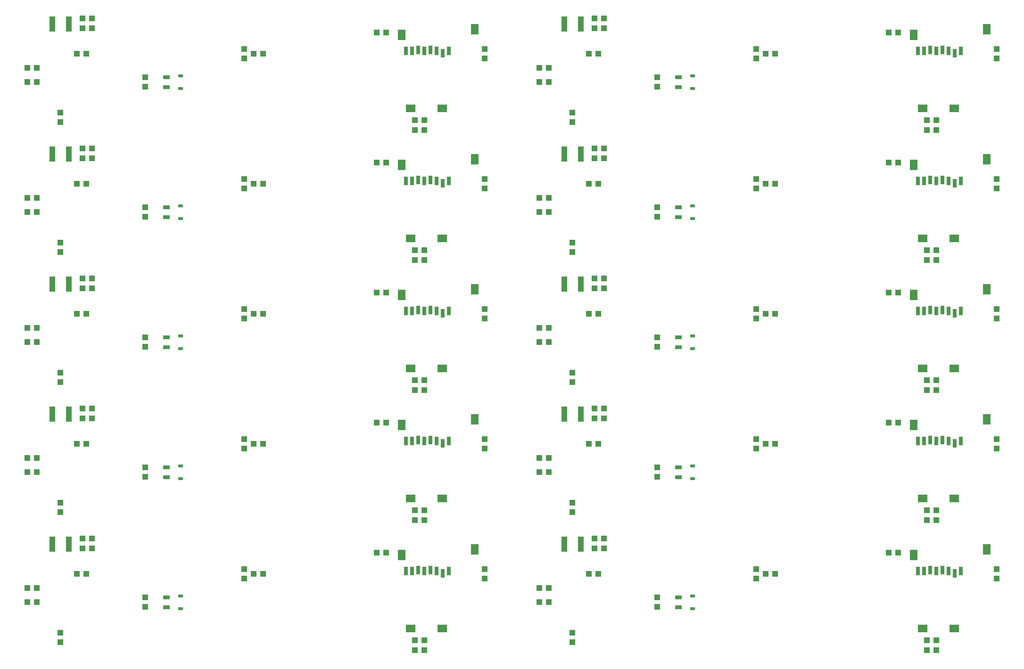
<source format=gbp>
G04 EAGLE Gerber RS-274X export*
G75*
%MOMM*%
%FSLAX34Y34*%
%LPD*%
%INSolderpaste Bottom*%
%IPPOS*%
%AMOC8*
5,1,8,0,0,1.08239X$1,22.5*%
G01*
%ADD10R,1.100000X1.000000*%
%ADD11R,1.800000X1.400000*%
%ADD12R,1.400000X1.900000*%
%ADD13R,0.800000X1.500000*%
%ADD14R,1.000000X1.100000*%
%ADD15R,0.830000X0.630000*%
%ADD16R,1.000000X2.800000*%
%ADD17R,1.200000X0.800000*%


D10*
X122800Y152400D03*
X105800Y152400D03*
D11*
X762030Y54800D03*
X705030Y54800D03*
D12*
X689030Y186300D03*
X820530Y196300D03*
D13*
X773930Y157800D03*
X762930Y153800D03*
X751930Y157800D03*
X740930Y159800D03*
X729930Y157800D03*
X718930Y159800D03*
X707930Y157800D03*
X696930Y157800D03*
D14*
X838200Y143900D03*
X838200Y160900D03*
D10*
X644280Y190500D03*
X661280Y190500D03*
D14*
X76200Y29600D03*
X76200Y46600D03*
D10*
X712860Y15240D03*
X729860Y15240D03*
X115960Y198120D03*
X132960Y198120D03*
X115960Y215900D03*
X132960Y215900D03*
D15*
X292100Y113100D03*
X292100Y90100D03*
D10*
X712860Y33020D03*
X729860Y33020D03*
D14*
X406400Y143900D03*
X406400Y160900D03*
D10*
X440300Y152400D03*
X423300Y152400D03*
X16900Y127000D03*
X33900Y127000D03*
X16900Y101600D03*
X33900Y101600D03*
D14*
X228600Y110100D03*
X228600Y93100D03*
D16*
X61200Y205740D03*
X91200Y205740D03*
D17*
X266700Y110600D03*
X266700Y92600D03*
D10*
X1042280Y152400D03*
X1025280Y152400D03*
D11*
X1681510Y54800D03*
X1624510Y54800D03*
D12*
X1608510Y186300D03*
X1740010Y196300D03*
D13*
X1693410Y157800D03*
X1682410Y153800D03*
X1671410Y157800D03*
X1660410Y159800D03*
X1649410Y157800D03*
X1638410Y159800D03*
X1627410Y157800D03*
X1616410Y157800D03*
D14*
X1757680Y143900D03*
X1757680Y160900D03*
D10*
X1563760Y190500D03*
X1580760Y190500D03*
D14*
X995680Y29600D03*
X995680Y46600D03*
D10*
X1632340Y15240D03*
X1649340Y15240D03*
X1035440Y198120D03*
X1052440Y198120D03*
X1035440Y215900D03*
X1052440Y215900D03*
D15*
X1211580Y113100D03*
X1211580Y90100D03*
D10*
X1632340Y33020D03*
X1649340Y33020D03*
D14*
X1325880Y143900D03*
X1325880Y160900D03*
D10*
X1359780Y152400D03*
X1342780Y152400D03*
X936380Y127000D03*
X953380Y127000D03*
X936380Y101600D03*
X953380Y101600D03*
D14*
X1148080Y110100D03*
X1148080Y93100D03*
D16*
X980680Y205740D03*
X1010680Y205740D03*
D17*
X1186180Y110600D03*
X1186180Y92600D03*
D10*
X122800Y386080D03*
X105800Y386080D03*
D11*
X762030Y288480D03*
X705030Y288480D03*
D12*
X689030Y419980D03*
X820530Y429980D03*
D13*
X773930Y391480D03*
X762930Y387480D03*
X751930Y391480D03*
X740930Y393480D03*
X729930Y391480D03*
X718930Y393480D03*
X707930Y391480D03*
X696930Y391480D03*
D14*
X838200Y377580D03*
X838200Y394580D03*
D10*
X644280Y424180D03*
X661280Y424180D03*
D14*
X76200Y263280D03*
X76200Y280280D03*
D10*
X712860Y248920D03*
X729860Y248920D03*
X115960Y431800D03*
X132960Y431800D03*
X115960Y449580D03*
X132960Y449580D03*
D15*
X292100Y346780D03*
X292100Y323780D03*
D10*
X712860Y266700D03*
X729860Y266700D03*
D14*
X406400Y377580D03*
X406400Y394580D03*
D10*
X440300Y386080D03*
X423300Y386080D03*
X16900Y360680D03*
X33900Y360680D03*
X16900Y335280D03*
X33900Y335280D03*
D14*
X228600Y343780D03*
X228600Y326780D03*
D16*
X61200Y439420D03*
X91200Y439420D03*
D17*
X266700Y344280D03*
X266700Y326280D03*
D10*
X1042280Y386080D03*
X1025280Y386080D03*
D11*
X1681510Y288480D03*
X1624510Y288480D03*
D12*
X1608510Y419980D03*
X1740010Y429980D03*
D13*
X1693410Y391480D03*
X1682410Y387480D03*
X1671410Y391480D03*
X1660410Y393480D03*
X1649410Y391480D03*
X1638410Y393480D03*
X1627410Y391480D03*
X1616410Y391480D03*
D14*
X1757680Y377580D03*
X1757680Y394580D03*
D10*
X1563760Y424180D03*
X1580760Y424180D03*
D14*
X995680Y263280D03*
X995680Y280280D03*
D10*
X1632340Y248920D03*
X1649340Y248920D03*
X1035440Y431800D03*
X1052440Y431800D03*
X1035440Y449580D03*
X1052440Y449580D03*
D15*
X1211580Y346780D03*
X1211580Y323780D03*
D10*
X1632340Y266700D03*
X1649340Y266700D03*
D14*
X1325880Y377580D03*
X1325880Y394580D03*
D10*
X1359780Y386080D03*
X1342780Y386080D03*
X936380Y360680D03*
X953380Y360680D03*
X936380Y335280D03*
X953380Y335280D03*
D14*
X1148080Y343780D03*
X1148080Y326780D03*
D16*
X980680Y439420D03*
X1010680Y439420D03*
D17*
X1186180Y344280D03*
X1186180Y326280D03*
D10*
X122800Y619760D03*
X105800Y619760D03*
D11*
X762030Y522160D03*
X705030Y522160D03*
D12*
X689030Y653660D03*
X820530Y663660D03*
D13*
X773930Y625160D03*
X762930Y621160D03*
X751930Y625160D03*
X740930Y627160D03*
X729930Y625160D03*
X718930Y627160D03*
X707930Y625160D03*
X696930Y625160D03*
D14*
X838200Y611260D03*
X838200Y628260D03*
D10*
X644280Y657860D03*
X661280Y657860D03*
D14*
X76200Y496960D03*
X76200Y513960D03*
D10*
X712860Y482600D03*
X729860Y482600D03*
X115960Y665480D03*
X132960Y665480D03*
X115960Y683260D03*
X132960Y683260D03*
D15*
X292100Y580460D03*
X292100Y557460D03*
D10*
X712860Y500380D03*
X729860Y500380D03*
D14*
X406400Y611260D03*
X406400Y628260D03*
D10*
X440300Y619760D03*
X423300Y619760D03*
X16900Y594360D03*
X33900Y594360D03*
X16900Y568960D03*
X33900Y568960D03*
D14*
X228600Y577460D03*
X228600Y560460D03*
D16*
X61200Y673100D03*
X91200Y673100D03*
D17*
X266700Y577960D03*
X266700Y559960D03*
D10*
X1042280Y619760D03*
X1025280Y619760D03*
D11*
X1681510Y522160D03*
X1624510Y522160D03*
D12*
X1608510Y653660D03*
X1740010Y663660D03*
D13*
X1693410Y625160D03*
X1682410Y621160D03*
X1671410Y625160D03*
X1660410Y627160D03*
X1649410Y625160D03*
X1638410Y627160D03*
X1627410Y625160D03*
X1616410Y625160D03*
D14*
X1757680Y611260D03*
X1757680Y628260D03*
D10*
X1563760Y657860D03*
X1580760Y657860D03*
D14*
X995680Y496960D03*
X995680Y513960D03*
D10*
X1632340Y482600D03*
X1649340Y482600D03*
X1035440Y665480D03*
X1052440Y665480D03*
X1035440Y683260D03*
X1052440Y683260D03*
D15*
X1211580Y580460D03*
X1211580Y557460D03*
D10*
X1632340Y500380D03*
X1649340Y500380D03*
D14*
X1325880Y611260D03*
X1325880Y628260D03*
D10*
X1359780Y619760D03*
X1342780Y619760D03*
X936380Y594360D03*
X953380Y594360D03*
X936380Y568960D03*
X953380Y568960D03*
D14*
X1148080Y577460D03*
X1148080Y560460D03*
D16*
X980680Y673100D03*
X1010680Y673100D03*
D17*
X1186180Y577960D03*
X1186180Y559960D03*
D10*
X122800Y853440D03*
X105800Y853440D03*
D11*
X762030Y755840D03*
X705030Y755840D03*
D12*
X689030Y887340D03*
X820530Y897340D03*
D13*
X773930Y858840D03*
X762930Y854840D03*
X751930Y858840D03*
X740930Y860840D03*
X729930Y858840D03*
X718930Y860840D03*
X707930Y858840D03*
X696930Y858840D03*
D14*
X838200Y844940D03*
X838200Y861940D03*
D10*
X644280Y891540D03*
X661280Y891540D03*
D14*
X76200Y730640D03*
X76200Y747640D03*
D10*
X712860Y716280D03*
X729860Y716280D03*
X115960Y899160D03*
X132960Y899160D03*
X115960Y916940D03*
X132960Y916940D03*
D15*
X292100Y814140D03*
X292100Y791140D03*
D10*
X712860Y734060D03*
X729860Y734060D03*
D14*
X406400Y844940D03*
X406400Y861940D03*
D10*
X440300Y853440D03*
X423300Y853440D03*
X16900Y828040D03*
X33900Y828040D03*
X16900Y802640D03*
X33900Y802640D03*
D14*
X228600Y811140D03*
X228600Y794140D03*
D16*
X61200Y906780D03*
X91200Y906780D03*
D17*
X266700Y811640D03*
X266700Y793640D03*
D10*
X1042280Y853440D03*
X1025280Y853440D03*
D11*
X1681510Y755840D03*
X1624510Y755840D03*
D12*
X1608510Y887340D03*
X1740010Y897340D03*
D13*
X1693410Y858840D03*
X1682410Y854840D03*
X1671410Y858840D03*
X1660410Y860840D03*
X1649410Y858840D03*
X1638410Y860840D03*
X1627410Y858840D03*
X1616410Y858840D03*
D14*
X1757680Y844940D03*
X1757680Y861940D03*
D10*
X1563760Y891540D03*
X1580760Y891540D03*
D14*
X995680Y730640D03*
X995680Y747640D03*
D10*
X1632340Y716280D03*
X1649340Y716280D03*
X1035440Y899160D03*
X1052440Y899160D03*
X1035440Y916940D03*
X1052440Y916940D03*
D15*
X1211580Y814140D03*
X1211580Y791140D03*
D10*
X1632340Y734060D03*
X1649340Y734060D03*
D14*
X1325880Y844940D03*
X1325880Y861940D03*
D10*
X1359780Y853440D03*
X1342780Y853440D03*
X936380Y828040D03*
X953380Y828040D03*
X936380Y802640D03*
X953380Y802640D03*
D14*
X1148080Y811140D03*
X1148080Y794140D03*
D16*
X980680Y906780D03*
X1010680Y906780D03*
D17*
X1186180Y811640D03*
X1186180Y793640D03*
D10*
X122800Y1087120D03*
X105800Y1087120D03*
D11*
X762030Y989520D03*
X705030Y989520D03*
D12*
X689030Y1121020D03*
X820530Y1131020D03*
D13*
X773930Y1092520D03*
X762930Y1088520D03*
X751930Y1092520D03*
X740930Y1094520D03*
X729930Y1092520D03*
X718930Y1094520D03*
X707930Y1092520D03*
X696930Y1092520D03*
D14*
X838200Y1078620D03*
X838200Y1095620D03*
D10*
X644280Y1125220D03*
X661280Y1125220D03*
D14*
X76200Y964320D03*
X76200Y981320D03*
D10*
X712860Y949960D03*
X729860Y949960D03*
X115960Y1132840D03*
X132960Y1132840D03*
X115960Y1150620D03*
X132960Y1150620D03*
D15*
X292100Y1047820D03*
X292100Y1024820D03*
D10*
X712860Y967740D03*
X729860Y967740D03*
D14*
X406400Y1078620D03*
X406400Y1095620D03*
D10*
X440300Y1087120D03*
X423300Y1087120D03*
X16900Y1061720D03*
X33900Y1061720D03*
X16900Y1036320D03*
X33900Y1036320D03*
D14*
X228600Y1044820D03*
X228600Y1027820D03*
D16*
X61200Y1140460D03*
X91200Y1140460D03*
D17*
X266700Y1045320D03*
X266700Y1027320D03*
D10*
X1042280Y1087120D03*
X1025280Y1087120D03*
D11*
X1681510Y989520D03*
X1624510Y989520D03*
D12*
X1608510Y1121020D03*
X1740010Y1131020D03*
D13*
X1693410Y1092520D03*
X1682410Y1088520D03*
X1671410Y1092520D03*
X1660410Y1094520D03*
X1649410Y1092520D03*
X1638410Y1094520D03*
X1627410Y1092520D03*
X1616410Y1092520D03*
D14*
X1757680Y1078620D03*
X1757680Y1095620D03*
D10*
X1563760Y1125220D03*
X1580760Y1125220D03*
D14*
X995680Y964320D03*
X995680Y981320D03*
D10*
X1632340Y949960D03*
X1649340Y949960D03*
X1035440Y1132840D03*
X1052440Y1132840D03*
X1035440Y1150620D03*
X1052440Y1150620D03*
D15*
X1211580Y1047820D03*
X1211580Y1024820D03*
D10*
X1632340Y967740D03*
X1649340Y967740D03*
D14*
X1325880Y1078620D03*
X1325880Y1095620D03*
D10*
X1359780Y1087120D03*
X1342780Y1087120D03*
X936380Y1061720D03*
X953380Y1061720D03*
X936380Y1036320D03*
X953380Y1036320D03*
D14*
X1148080Y1044820D03*
X1148080Y1027820D03*
D16*
X980680Y1140460D03*
X1010680Y1140460D03*
D17*
X1186180Y1045320D03*
X1186180Y1027320D03*
M02*

</source>
